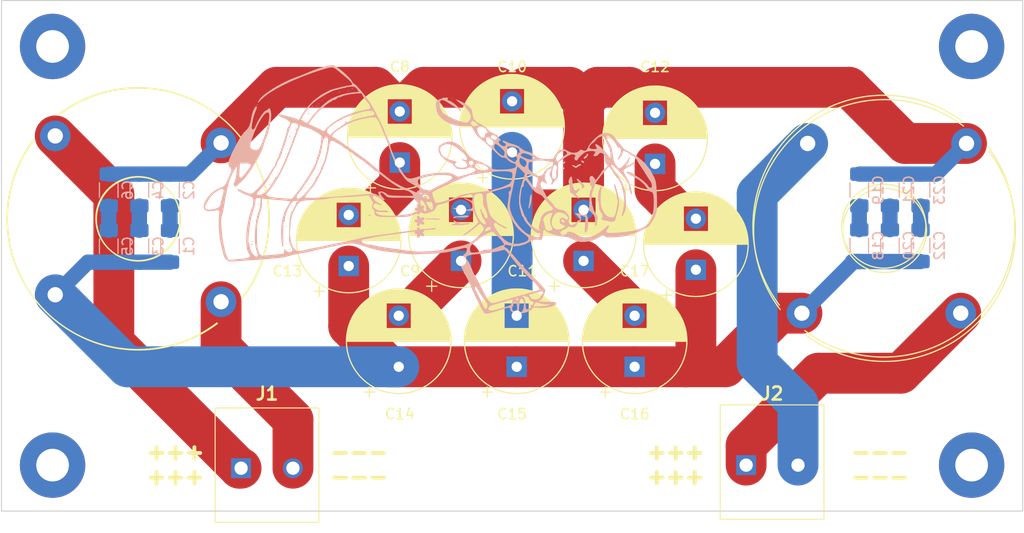
<source format=kicad_pcb>
(kicad_pcb (version 20221018) (generator pcbnew)
  (layers (0 "F.Cu" signal) (31 "B.Cu" signal) (34 "B.Paste" user) (35 "F.Paste" user) (36 "B.SilkS" user "B.Silkscreen") (37 "F.SilkS" user "F.Silkscreen") (38 "B.Mask" user) (39 "F.Mask" user) (44 "Edge.Cuts" user))
  (net 0 "")
  (net 1 "Net-(C1-Pad1)")
  (net 2 "Net-(C1-Pad2)")
  (net 3 "Net-(C10-Pad2)")
  (net 4 "Net-(C3-Pad2)")
  (net 5 "Net-(C5-Pad2)")
  (net 6 "Net-(C13-Pad2)")
  (net 7 "Net-(C14-Pad2)")
  (net 8 "Net-(C10-Pad1)")
  (net 9 "Net-(C11-Pad1)")
  (net 10 "Net-(C12-Pad1)")
  (net 11 "Net-(C18-Pad2)")
  (net 12 "Net-(C20-Pad2)")
  (net 13 "Net-(C22-Pad2)")
  (net 14 "Net-(J1-Pin_1)")
  (net 15 "Net-(J1-Pin_2)")
  (net 16 "Net-(J2-Pin_1)")
  (net 17 "Net-(J2-Pin_2)")
  (footprint "Capacitor_THT:CP_Radial_D10.0mm_P5.00mm" (layer "F.Cu") (at 154 50.367677 90)
    (fp_text reference "C10" (at 8.367677 0 180) (layer "F.SilkS"))
    (fp_text value "100u")
    (pad "1" thru_hole rect (at 0 0 90) (size 2 2) (drill 1) (layers "*.Cu" "*.Mask") (net 8 "Net-(C10-Pad1)"))
    (pad "2" thru_hole circle (at 5 0 90) (size 2 2) (drill 1) (layers "*.Cu" "*.Mask") (net 3 "Net-(C10-Pad2)"))
  )
  (footprint "Capacitor_THT:CP_Radial_D10.0mm_P5.00mm" (layer "F.Cu") (at 154.45 71.367677 90)
    (fp_text reference "C15" (at -4.632323 -0.45 180) (layer "F.SilkS"))
    (fp_text value "100u")
    (pad "1" thru_hole rect (at 0 0 90) (size 2 2) (drill 1) (layers "*.Cu" "*.Mask") (net 1 "Net-(C1-Pad1)"))
    (pad "2" thru_hole circle (at 5 0 90) (size 2 2) (drill 1) (layers "*.Cu" "*.Mask") (net 8 "Net-(C10-Pad1)"))
  )
  (footprint "L_Toroid_Horizontal_D25.4mm_P22.90mm:L_Toroid_Horizontal_25x22" (layer "F.Cu") (at 109.260478 48.760478 -45)
    (fp_text reference "L1" hide)
    (fp_text value "L_Small")
    (pad "1" thru_hole circle (at 0 0 315) (size 3 3) (drill 1.5) (layers "*.Cu" "*.Mask") (net 14 "Net-(J1-Pin_1)"))
    (pad "2" thru_hole circle (at 11 11 315) (size 3 3) (drill 1.5) (layers "*.Cu" "*.Mask") (net 1 "Net-(C1-Pad1)"))
  )
  (footprint "Capacitor_THT:CP_Radial_D10.0mm_P5.00mm" (layer "F.Cu") (at 168 51.5 90)
    (fp_text reference "C12" (at 9.5 0 180) (layer "F.SilkS"))
    (fp_text value "100u")
    (pad "1" thru_hole rect (at 0 0 90) (size 2 2) (drill 1) (layers "*.Cu" "*.Mask") (net 10 "Net-(C12-Pad1)"))
    (pad "2" thru_hole circle (at 5 0 90) (size 2 2) (drill 1) (layers "*.Cu" "*.Mask") (net 3 "Net-(C10-Pad2)"))
  )
  (footprint "1711725:1711725" (layer "F.Cu") (at 176.92 81)
    (fp_text reference "J2" (at 2.54 -7) (layer "F.SilkS") (effects (font (size 1.27 1.27) (thickness 0.254))))
    (fp_text value "Conn_01x02_Socket" hide)
    (pad "1" thru_hole rect (at 0 0) (size 1.95 1.95) (drill 1.3) (layers "*.Cu" "*.Mask") (net 16 "Net-(J2-Pin_1)"))
    (pad "2" thru_hole circle (at 5.08 0) (size 1.95 1.95) (drill 1.3) (layers "*.Cu" "*.Mask") (net 17 "Net-(J2-Pin_2)"))
  )
  (footprint "L_Toroid_Horizontal_D25.4mm_P22.90mm:L_Toroid_Horizontal_25x22" (layer "F.Cu") (at 182.380239 66.119761 45)
    (fp_text reference "L3" hide)
    (fp_text value "L_Small")
    (pad "1" thru_hole circle (at 0 0 45) (size 3 3) (drill 1.5) (layers "*.Cu" "*.Mask") (net 1 "Net-(C1-Pad1)"))
    (pad "2" thru_hole circle (at 11 11 45) (size 3 3) (drill 1.5) (layers "*.Cu" "*.Mask") (net 16 "Net-(J2-Pin_1)"))
  )
  (footprint "MountingHole:MountingHole_3.2mm_M3_Pad" (layer "F.Cu") (at 109 40)
    (fp_text reference "H1" hide)
    (fp_text value "MountingHole")
    (pad "1" thru_hole circle (at 0 0) (size 6.4 6.4) (drill 3.2) (layers "*.Cu" "*.Mask"))
  )
  (footprint "MountingHole:MountingHole_3.2mm_M3_Pad" (layer "F.Cu") (at 199 81)
    (fp_text reference "H4" hide)
    (fp_text value "MountingHole")
    (pad "1" thru_hole circle (at 0 0) (size 6.4 6.4) (drill 3.2) (layers "*.Cu" "*.Mask"))
  )
  (footprint "Capacitor_THT:CP_Radial_D10.0mm_P5.00mm" (layer "F.Cu") (at 142.9 71.367677 90)
    (fp_text reference "C14" (at -4.632323 0.1 180) (layer "F.SilkS"))
    (fp_text value "100u")
    (pad "1" thru_hole rect (at 0 0 90) (size 2 2) (drill 1) (layers "*.Cu" "*.Mask") (net 1 "Net-(C1-Pad1)"))
    (pad "2" thru_hole circle (at 5 0 90) (size 2 2) (drill 1) (layers "*.Cu" "*.Mask") (net 7 "Net-(C14-Pad2)"))
  )
  (footprint "Capacitor_THT:CP_Radial_D10.0mm_P5.00mm" (layer "F.Cu") (at 172 61.867677 90)
    (fp_text reference "C17" (at -0.132323 -6 180) (layer "F.SilkS"))
    (fp_text value "100u")
    (pad "1" thru_hole rect (at 0 0 90) (size 2 2) (drill 1) (layers "*.Cu" "*.Mask") (net 1 "Net-(C1-Pad1)"))
    (pad "2" thru_hole circle (at 5 0 90) (size 2 2) (drill 1) (layers "*.Cu" "*.Mask") (net 10 "Net-(C12-Pad1)"))
  )
  (footprint "Capacitor_THT:CP_Radial_D10.0mm_P5.00mm" (layer "F.Cu") (at 138 61.5 90)
    (fp_text reference "C13" (at -0.5 -6 180) (layer "F.SilkS"))
    (fp_text value "100u")
    (pad "1" thru_hole rect (at 0 0 90) (size 2 2) (drill 1) (layers "*.Cu" "*.Mask") (net 1 "Net-(C1-Pad1)"))
    (pad "2" thru_hole circle (at 5 0 90) (size 2 2) (drill 1) (layers "*.Cu" "*.Mask") (net 6 "Net-(C13-Pad2)"))
  )
  (footprint "Capacitor_THT:CP_Radial_D10.0mm_P5.00mm" (layer "F.Cu") (at 143 51.367677 90)
    (fp_text reference "C8" (at 9.367677 0 180) (layer "F.SilkS"))
    (fp_text value "100u")
    (pad "1" thru_hole rect (at 0 0 90) (size 2 2) (drill 1) (layers "*.Cu" "*.Mask") (net 6 "Net-(C13-Pad2)"))
    (pad "2" thru_hole circle (at 5 0 90) (size 2 2) (drill 1) (layers "*.Cu" "*.Mask") (net 3 "Net-(C10-Pad2)"))
  )
  (footprint "Capacitor_THT:CP_Radial_D10.0mm_P5.00mm" (layer "F.Cu") (at 149 61 90)
    (fp_text reference "C9" (at -1 -5 180) (layer "F.SilkS"))
    (fp_text value "100u")
    (pad "1" thru_hole rect (at 0 0 90) (size 2 2) (drill 1) (layers "*.Cu" "*.Mask") (net 7 "Net-(C14-Pad2)"))
    (pad "2" thru_hole circle (at 5 0 90) (size 2 2) (drill 1) (layers "*.Cu" "*.Mask") (net 3 "Net-(C10-Pad2)"))
  )
  (footprint "L_Toroid_Horizontal_D25.4mm_P22.90mm:L_Toroid_Horizontal_25x22" (layer "F.Cu") (at 125.5 65 135)
    (fp_text reference "L2" hide)
    (fp_text value "L_Small")
    (pad "1" thru_hole circle (at 0 0 135) (size 3 3) (drill 1.5) (layers "*.Cu" "*.Mask") (net 15 "Net-(J1-Pin_2)"))
    (pad "2" thru_hole circle (at 11 11 135) (size 3 3) (drill 1.5) (layers "*.Cu" "*.Mask") (net 3 "Net-(C10-Pad2)"))
  )
  (footprint "Capacitor_THT:CP_Radial_D10.0mm_P5.00mm" (layer "F.Cu") (at 166 71.367677 90)
    (fp_text reference "C16" (at -4.632323 0 180) (layer "F.SilkS"))
    (fp_text value "100u")
    (pad "1" thru_hole rect (at 0 0 90) (size 2 2) (drill 1) (layers "*.Cu" "*.Mask") (net 1 "Net-(C1-Pad1)"))
    (pad "2" thru_hole circle (at 5 0 90) (size 2 2) (drill 1) (layers "*.Cu" "*.Mask") (net 9 "Net-(C11-Pad1)"))
  )
  (footprint "1711725:1711725" (layer "F.Cu") (at 127.46 81.3)
    (fp_text reference "J1" (at 2.54 -7.3) (layer "F.SilkS") (effects (font (size 1.27 1.27) (thickness 0.254))))
    (fp_text value "Conn_01x02_Socket" hide)
    (pad "1" thru_hole rect (at 0 0) (size 1.95 1.95) (drill 1.3) (layers "*.Cu" "*.Mask") (net 14 "Net-(J1-Pin_1)"))
    (pad "2" thru_hole circle (at 5.08 0) (size 1.95 1.95) (drill 1.3) (layers "*.Cu" "*.Mask") (net 15 "Net-(J1-Pin_2)"))
  )
  (footprint "MountingHole:MountingHole_3.2mm_M3_Pad" (layer "F.Cu") (at 109 81)
    (fp_text reference "H3" hide)
    (fp_text value "MountingHole")
    (pad "1" thru_hole circle (at 0 0) (size 6.4 6.4) (drill 3.2) (layers "*.Cu" "*.Mask"))
  )
  (footprint "Capacitor_THT:CP_Radial_D10.0mm_P5.00mm" (layer "F.Cu") (at 161 61 90)
    (fp_text reference "C11" (at -1 -6 180) (layer "F.SilkS"))
    (fp_text value "100u")
    (pad "1" thru_hole rect (at 0 0 90) (size 2 2) (drill 1) (layers "*.Cu" "*.Mask") (net 9 "Net-(C11-Pad1)"))
    (pad "2" thru_hole circle (at 5 0 90) (size 2 2) (drill 1) (layers "*.Cu" "*.Mask") (net 3 "Net-(C10-Pad2)"))
  )
  (footprint "L_Toroid_Horizontal_D25.4mm_P22.90mm:L_Toroid_Horizontal_25x22" (layer "F.Cu") (at 198.5 49.5 -135)
    (fp_text reference "L4" hide)
    (fp_text value "L_Small")
    (pad "1" thru_hole circle (at 0 0 225) (size 3 3) (drill 1.5) (layers "*.Cu" "*.Mask") (net 3 "Net-(C10-Pad2)"))
    (pad "2" thru_hole circle (at 11 11 225) (size 3 3) (drill 1.5) (layers "*.Cu" "*.Mask") (net 17 "Net-(J2-Pin_2)"))
  )
  (footprint "MountingHole:MountingHole_3.2mm_M3_Pad" (layer "F.Cu") (at 199 40)
    (fp_text reference "H2" hide)
    (fp_text value "MountingHole")
    (pad "1" thru_hole circle (at 0 0) (size 6.4 6.4) (drill 3.2) (layers "*.Cu" "*.Mask"))
  )
  (footprint "Capacitor_SMD:C_1206_3216Metric_Pad1.33x1.80mm_HandSolder" (layer "B.Cu") (at 120.5 54.0625 90)
    (fp_text reference "C2" (at 0 1.85 90) (layer "B.SilkS") (effects (justify mirror)))
    (fp_text value "100n")
    (pad "1" smd roundrect (at -1.5625 0 90) (size 1.325 1.8) (layers "B.Cu" "B.Paste" "B.Mask") (roundrect_rratio 0.188679) (net 2 "Net-(C1-Pad2)"))
    (pad "2" smd roundrect (at 1.5625 0 90) (size 1.325 1.8) (layers "B.Cu" "B.Paste" "B.Mask") (roundrect_rratio 0.188679) (net 3 "Net-(C10-Pad2)"))
  )
  (footprint "Capacitor_SMD:C_1206_3216Metric_Pad1.33x1.80mm_HandSolder" (layer "B.Cu") (at 188 59.5 90)
    (fp_text reference "C18" (at 0 1.85 90) (layer "B.SilkS") (effects (justify mirror)))
    (fp_text value "100n")
    (pad "1" smd roundrect (at -1.5625 0 90) (size 1.325 1.8) (layers "B.Cu" "B.Paste" "B.Mask") (roundrect_rratio 0.188679) (net 1 "Net-(C1-Pad1)"))
    (pad "2" smd roundrect (at 1.5625 0 90) (size 1.325 1.8) (layers "B.Cu" "B.Paste" "B.Mask") (roundrect_rratio 0.188679) (net 11 "Net-(C18-Pad2)"))
  )
  (footprint "Capacitor_SMD:C_1206_3216Metric_Pad1.33x1.80mm_HandSolder" (layer "B.Cu") (at 117.5 59.5625 90)
    (fp_text reference "C3" (at 0 1.85 90) (layer "B.SilkS") (effects (justify mirror)))
    (fp_text value "100n")
    (pad "1" smd roundrect (at -1.5625 0 90) (size 1.325 1.8) (layers "B.Cu" "B.Paste" "B.Mask") (roundrect_rratio 0.188679) (net 1 "Net-(C1-Pad1)"))
    (pad "2" smd roundrect (at 1.5625 0 90) (size 1.325 1.8) (layers "B.Cu" "B.Paste" "B.Mask") (roundrect_rratio 0.188679) (net 4 "Net-(C3-Pad2)"))
  )
  (footprint "Capacitor_SMD:C_1206_3216Metric_Pad1.33x1.80mm_HandSolder" (layer "B.Cu") (at 120.5 59.5625 90)
    (fp_text reference "C1" (at 0 1.85 90) (layer "B.SilkS") (effects (justify mirror)))
    (fp_text value "100n")
    (pad "1" smd roundrect (at -1.5625 0 90) (size 1.325 1.8) (layers "B.Cu" "B.Paste" "B.Mask") (roundrect_rratio 0.188679) (net 1 "Net-(C1-Pad1)"))
    (pad "2" smd roundrect (at 1.5625 0 90) (size 1.325 1.8) (layers "B.Cu" "B.Paste" "B.Mask") (roundrect_rratio 0.188679) (net 2 "Net-(C1-Pad2)"))
  )
  (footprint "Capacitor_SMD:C_1206_3216Metric_Pad1.33x1.80mm_HandSolder" (layer "B.Cu") (at 117.5 54.0625 90)
    (fp_text reference "C4" (at 0 1.85 90) (layer "B.SilkS") (effects (justify mirror)))
    (fp_text value "100n")
    (pad "1" smd roundrect (at -1.5625 0 90) (size 1.325 1.8) (layers "B.Cu" "B.Paste" "B.Mask") (roundrect_rratio 0.188679) (net 4 "Net-(C3-Pad2)"))
    (pad "2" smd roundrect (at 1.5625 0 90) (size 1.325 1.8) (layers "B.Cu" "B.Paste" "B.Mask") (roundrect_rratio 0.188679) (net 3 "Net-(C10-Pad2)"))
  )
  (footprint "Capacitor_SMD:C_1206_3216Metric_Pad1.33x1.80mm_HandSolder" (layer "B.Cu") (at 191 54.0625 90)
    (fp_text reference "C21" (at 0 1.85 90) (layer "B.SilkS") (effects (justify mirror)))
    (fp_text value "100n")
    (pad "1" smd roundrect (at -1.5625 0 90) (size 1.325 1.8) (layers "B.Cu" "B.Paste" "B.Mask") (roundrect_rratio 0.188679) (net 12 "Net-(C20-Pad2)"))
    (pad "2" smd roundrect (at 1.5625 0 90) (size 1.325 1.8) (layers "B.Cu" "B.Paste" "B.Mask") (roundrect_rratio 0.188679) (net 3 "Net-(C10-Pad2)"))
  )
  (footprint "Capacitor_SMD:C_1206_3216Metric_Pad1.33x1.80mm_HandSolder" (layer "B.Cu") (at 194 54.0625 90)
    (fp_text reference "C23" (at 0 1.85 90) (layer "B.SilkS") (effects (justify mirror)))
    (fp_text value "100n")
    (pad "1" smd roundrect (at -1.5625 0 90) (size 1.325 1.8) (layers "B.Cu" "B.Paste" "B.Mask") (roundrect_rratio 0.188679) (net 13 "Net-(C22-Pad2)"))
    (pad "2" smd roundrect (at 1.5625 0 90) (size 1.325 1.8) (layers "B.Cu" "B.Paste" "B.Mask") (roundrect_rratio 0.188679) (net 3 "Net-(C10-Pad2)"))
  )
  (footprint "Capacitor_SMD:C_1206_3216Metric_Pad1.33x1.80mm_HandSolder" (layer "B.Cu") (at 194 59.5 90)
    (fp_text reference "C22" (at 0 1.85 90) (layer "B.SilkS") (effects (justify mirror)))
    (fp_text value "100n")
    (pad "1" smd roundrect (at -1.5625 0 90) (size 1.325 1.8) (layers "B.Cu" "B.Paste" "B.Mask") (roundrect_rratio 0.188679) (net 1 "Net-(C1-Pad1)"))
    (pad "2" smd roundrect (at 1.5625 0 90) (size 1.325 1.8) (layers "B.Cu" "B.Paste" "B.Mask") (roundrect_rratio 0.188679) (net 13 "Net-(C22-Pad2)"))
  )
  (footprint "boutfiltre:boutfiltre" (layer "B.Cu") (at 145.427999 56.333029 90)
    (fp_text reference "G***" (at 0 0 90) (layer "B.SilkS") (effects (font (size 1.5 1.5) (thickness 0.3)) (justify mirror)))
    (fp_text value "LOGO" hide)
  )
  (footprint "Capacitor_SMD:C_1206_3216Metric_Pad1.33x1.80mm_HandSolder" (layer "B.Cu") (at 188 54.0625 90)
    (fp_text reference "C19" (at 0 1.85 90) (layer "B.SilkS") (effects (justify mirror)))
    (fp_text value "100n")
    (pad "1" smd roundrect (at -1.5625 0 90) (size 1.325 1.8) (layers "B.Cu" "B.Paste" "B.Mask") (roundrect_rratio 0.188679) (net 11 "Net-(C18-Pad2)"))
    (pad "2" smd roundrect (at 1.5625 0 90) (size 1.325 1.8) (layers "B.Cu" "B.Paste" "B.Mask") (roundrect_rratio 0.188679) (net 3 "Net-(C10-Pad2)"))
  )
  (footprint "Capacitor_SMD:C_1206_3216Metric_Pad1.33x1.80mm_HandSolder" (layer "B.Cu") (at 114.5 59.5625 90)
    (fp_text reference "C5" (at 0 1.85 90) (layer "B.SilkS") (effects (justify mirror)))
    (fp_text value "100n")
    (pad "1" smd roundrect (at -1.5625 0 90) (size 1.325 1.8) (layers "B.Cu" "B.Paste" "B.Mask") (roundrect_rratio 0.188679) (net 1 "Net-(C1-Pad1)"))
    (pad "2" smd roundrect (at 1.5625 0 90) (size 1.325 1.8) (layers "B.Cu" "B.Paste" "B.Mask") (roundrect_rratio 0.188679) (net 5 "Net-(C5-Pad2)"))
  )
  (footprint "Capacitor_SMD:C_1206_3216Metric_Pad1.33x1.80mm_HandSolder" (layer "B.Cu") (at 114.5 54.0625 90)
    (fp_text reference "C6" (at 0 1.85 90) (layer "B.SilkS") (effects (justify mirror)))
    (fp_text value "100n")
    (pad "1" smd roundrect (at -1.5625 0 90) (size 1.325 1.8) (layers "B.Cu" "B.Paste" "B.Mask") (roundrect_rratio 0.188679) (net 5 "Net-(C5-Pad2)"))
    (pad "2" smd roundrect (at 1.5625 0 90) (size 1.325 1.8) (layers "B.Cu" "B.Paste" "B.Mask") (roundrect_rratio 0.188679) (net 3 "Net-(C10-Pad2)"))
  )
  (footprint "Capacitor_SMD:C_1206_3216Metric_Pad1.33x1.80mm_HandSolder" (layer "B.Cu") (at 191 59.5 90)
    (fp_text reference "C20" (at 0 1.85 90) (layer "B.SilkS") (effects (justify mirror)))
    (fp_text value "100n")
    (pad "1" smd roundrect (at -1.5625 0 90) (size 1.325 1.8) (layers "B.Cu" "B.Paste" "B.Mask") (roundrect_rratio 0.188679) (net 1 "Net-(C1-Pad1)"))
    (pad "2" smd roundrect (at 1.5625 0 90) (size 1.325 1.8) (layers "B.Cu" "B.Paste" "B.Mask") (roundrect_rratio 0.188679) (net 12 "Net-(C20-Pad2)"))
  )
  (gr_rect (start 104 35.5) (end 204 85.5) (stroke (width 0.1)) (fill none) (layer "Edge.Cuts"))
  (gr_text "---\n---" (at 187 83) (layer "F.SilkS") (effects (font (size 1.5 1.5) (thickness 0.375) bold) (justify left bottom)))
  (gr_text "+++\n+++" (at 118 83) (layer "F.SilkS") (effects (font (size 1.5 1.5) (thickness 0.375) bold) (justify left bottom)))
  (gr_text "+++\n+++" (at 167 83) (layer "F.SilkS") (effects (font (size 1.5 1.5) (thickness 0.375) bold) (justify left bottom)))
  (gr_text "---\n---" (at 136 83) (layer "F.SilkS") (effects (font (size 1.5 1.5) (thickness 0.375) bold) (justify left bottom)))
  (segment (start 138 67.407374) (end 138 61.5) (width 4) (layer "F.Cu") (net 1))
  (segment (start 154.45 71.367677) (end 142.9 71.367677) (width 4) (layer "F.Cu") (net 1))
  (segment (start 180.128155 66.119761) (end 182.380239 66.119761) (width 4) (layer "F.Cu") (net 1))
  (segment (start 141.960303 71.367677) (end 138 67.407374) (width 4) (layer "F.Cu") (net 1))
  (segment (start 174.880239 71.367677) (end 180.128155 66.119761) (width 4) (layer "F.Cu") (net 1))
  (segment (start 142.9 71.367677) (end 141.960303 71.367677) (width 4) (layer "F.Cu") (net 1))
  (segment (start 166 71.367677) (end 154.45 71.367677) (width 4) (layer "F.Cu") (net 1))
  (segment (start 171 71.367677) (end 172 70.367677) (width 4) (layer "F.Cu") (net 1))
  (segment (start 171 71.367677) (end 174.880239 71.367677) (width 4) (layer "F.Cu") (net 1))
  (segment (start 172 70.367677) (end 172 61.867677) (width 4) (layer "F.Cu") (net 1))
  (segment (start 166 71.367677) (end 171 71.367677) (width 4) (layer "F.Cu") (net 1))
  (segment (start 120.5 61.125) (end 117.5 61.125) (width 1.5) (layer "B.Cu") (net 1))
  (segment (start 117.5 61.125) (end 114.5 61.125) (width 1.5) (layer "B.Cu") (net 1))
  (segment (start 116.311328 71.367677) (end 109.260478 64.316827) (width 4) (layer "B.Cu") (net 1))
  (segment (start 188 61.0625) (end 187.3225 61.0625) (width 1.5) (layer "B.Cu") (net 1))
  (segment (start 188 61.0625) (end 191 61.0625) (width 1.5) (layer "B.Cu") (net 1))
  (segment (start 142.9 71.367677) (end 116.311328 71.367677) (width 4) (layer "B.Cu") (net 1))
  (segment (start 188 61.0625) (end 187.4375 61.0625) (width 1.5) (layer "B.Cu") (net 1))
  (segment (start 187.4375 61.0625) (end 182.380239 66.119761) (width 1.5) (layer "B.Cu") (net 1))
  (segment (start 114.5 61.125) (end 112.452305 61.125) (width 1.5) (layer "B.Cu") (net 1))
  (segment (start 194 61.0625) (end 191 61.0625) (width 1.5) (layer "B.Cu") (net 1))
  (segment (start 112.452305 61.125) (end 109.260478 64.316827) (width 1.5) (layer "B.Cu") (net 1))
  (segment (start 120.5 58) (end 120.5 55.625) (width 1.5) (layer "B.Cu") (net 2))
  (segment (start 161 56) (end 161 45.367677) (width 4) (layer "F.Cu") (net 3))
  (segment (start 166.867677 45.367677) (end 168.235354 44) (width 4) (layer "F.Cu") (net 3))
  (segment (start 154 45.367677) (end 152.632323 44) (width 4) (layer "F.Cu") (net 3))
  (segment (start 143 46.367677) (end 140.632323 44) (width 4) (layer "F.Cu") (net 3))
  (segment (start 155.367677 44) (end 159.632323 44) (width 4) (layer "F.Cu") (net 3))
  (segment (start 161 45.367677) (end 162.367677 44) (width 4) (layer "F.Cu") (net 3))
  (segment (start 140.632323 44) (end 130.943651 44) (width 4) (layer "F.Cu") (net 3))
  (segment (start 152.632323 44) (end 145.367677 44) (width 4) (layer "F.Cu") (net 3))
  (segment (start 166.867677 45.367677) (end 168 46.5) (width 4) (layer "F.Cu") (net 3))
  (segment (start 154 45.367677) (end 155.367677 44) (width 4) (layer "F.Cu") (net 3))
  (segment (start 192.5 49.5) (end 198.5 49.5) (width 4) (layer "F.Cu") (net 3))
  (segment (start 149 56) (end 161 56) (width 4) (layer "F.Cu") (net 3))
  (segment (start 130.943651 44) (end 125.5 49.443651) (width 4) (layer "F.Cu") (net 3))
  (segment (start 168.235354 44) (end 187 44) (width 4) (layer "F.Cu") (net 3))
  (segment (start 162.367677 44) (end 165.5 44) (width 4) (layer "F.Cu") (net 3))
  (segment (start 159.632323 44) (end 161 45.367677) (width 4) (layer "F.Cu") (net 3))
  (segment (start 187 44) (end 192.5 49.5) (width 4) (layer "F.Cu") (net 3))
  (segment (start 145.367677 44) (end 143 46.367677) (width 4) (layer "F.Cu") (net 3))
  (segment (start 165.5 44) (end 166.867677 45.367677) (width 4) (layer "F.Cu") (net 3))
  (segment (start 114.5 52.5) (end 117.5 52.5) (width 1.5) (layer "B.Cu") (net 3))
  (segment (start 120.5 52.5) (end 122.443651 52.5) (width 1.5) (layer "B.Cu") (net 3))
  (segment (start 195.5 52.5) (end 198.5 49.5) (width 1.5) (layer "B.Cu") (net 3))
  (segment (start 194 52.5) (end 195.5 52.5) (width 1.5) (layer "B.Cu") (net 3))
  (segment (start 122.443651 52.5) (end 125.5 49.443651) (width 1.5) (layer "B.Cu") (net 3))
  (segment (start 194 52.5) (end 191 52.5) (width 1.5) (layer "B.Cu") (net 3))
  (segment (start 191 52.5) (end 188 52.5) (width 1.5) (layer "B.Cu") (net 3))
  (segment (start 117.5 52.5) (end 120.5 52.5) (width 1.5) (layer "B.Cu") (net 3))
  (segment (start 117.5 58) (end 117.5 55.625) (width 1.5) (layer "B.Cu") (net 4))
  (segment (start 114.5 58) (end 114.5 55.625) (width 1.5) (layer "B.Cu") (net 5))
  (segment (start 140 56.5) (end 143 53.5) (width 4) (layer "F.Cu") (net 6))
  (segment (start 143 53.5) (end 143 51.367677) (width 4) (layer "F.Cu") (net 6))
  (segment (start 138 56.5) (end 140 56.5) (width 4) (layer "F.Cu") (net 6))
  (segment (start 143.632323 66.367677) (end 149 61) (width 4) (layer "F.Cu") (net 7))
  (segment (start 142.9 66.367677) (end 143.632323 66.367677) (width 4) (layer "F.Cu") (net 7))
  (segment (start 154 65.917677) (end 154.45 66.367677) (width 4) (layer "B.Cu") (net 8))
  (segment (start 154 50.367677) (end 154 65.917677) (width 4) (layer "B.Cu") (net 8))
  (segment (start 166 66) (end 161 61) (width 4) (layer "F.Cu") (net 9))
  (segment (start 166 66.367677) (end 166 66) (width 4) (layer "F.Cu") (net 9))
  (segment (start 168 54) (end 168 51.5) (width 4) (layer "F.Cu") (net 10))
  (segment (start 172 56.867677) (end 170.867677 56.867677) (width 4) (layer "F.Cu") (net 10))
  (segment (start 170.867677 56.867677) (end 168 54) (width 4) (layer "F.Cu") (net 10))
  (segment (start 188 55.625) (end 188 57.9375) (width 1.5) (layer "B.Cu") (net 11))
  (segment (start 191 55.625) (end 191 57.9375) (width 1.5) (layer "B.Cu") (net 12))
  (segment (start 194 55.625) (end 194 57.9375) (width 1.5) (layer "B.Cu") (net 13))
  (segment (start 127.3 81.3) (end 115 69) (width 4) (layer "F.Cu") (net 14))
  (segment (start 115 69) (end 115 54.5) (width 4) (layer "F.Cu") (net 14))
  (segment (start 115 54.5) (end 109.260478 48.760478) (width 4) (layer "F.Cu") (net 14))
  (segment (start 127.46 81.3) (end 127.3 81.3) (width 4) (layer "F.Cu") (net 14))
  (segment (start 125.5 65) (end 125.5 69.5) (width 4) (layer "F.Cu") (net 15))
  (segment (start 125.5 69.5) (end 132.54 76.54) (width 4) (layer "F.Cu") (net 15))
  (segment (start 132.54 76.54) (end 132.54 81.3) (width 4) (layer "F.Cu") (net 15))
  (segment (start 176.92 81) (end 176.92 79.08) (width 4) (layer "F.Cu") (net 16))
  (segment (start 192.056349 72) (end 197.936588 66.119761) (width 4) (layer "F.Cu") (net 16))
  (segment (start 176.92 79.08) (end 184 72) (width 4) (layer "F.Cu") (net 16))
  (segment (start 184 72) (end 192.056349 72) (width 4) (layer "F.Cu") (net 16))
  (segment (start 182 81) (end 182 75) (width 4) (layer "B.Cu") (net 17))
  (segment (start 178 54.443651) (end 182.943651 49.5) (width 4) (layer "B.Cu") (net 17))
  (segment (start 178 71) (end 178 54.443651) (width 4) (layer "B.Cu") (net 17))
  (segment (start 182 75) (end 178 71) (width 4) (layer "B.Cu") (net 17))
)
</source>
